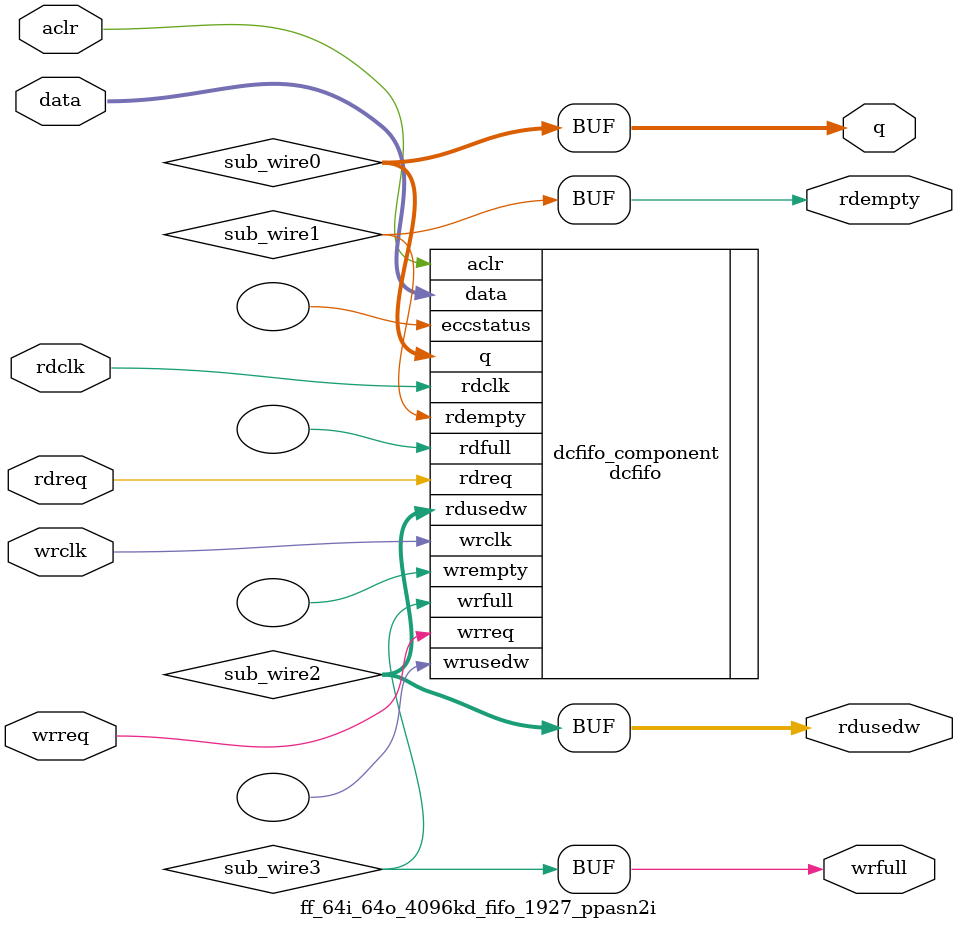
<source format=v>



`timescale 1 ps / 1 ps
// synopsys translate_on
module  ff_64i_64o_4096kd_fifo_1927_ppasn2i  (
    aclr,
    data,
    rdclk,
    rdreq,
    wrclk,
    wrreq,
    q,
    rdempty,
    rdusedw,
    wrfull);

    input    aclr;
    input  [63:0]  data;
    input    rdclk;
    input    rdreq;
    input    wrclk;
    input    wrreq;
    output [63:0]  q;
    output   rdempty;
    output [12:0]  rdusedw;
    output   wrfull;
`ifndef ALTERA_RESERVED_QIS
// synopsys translate_off
`endif
    tri0     aclr;
`ifndef ALTERA_RESERVED_QIS
// synopsys translate_on
`endif

    wire [63:0] sub_wire0;
    wire  sub_wire1;
    wire [12:0] sub_wire2;
    wire  sub_wire3;
    wire [63:0] q = sub_wire0[63:0];
    wire  rdempty = sub_wire1;
    wire [12:0] rdusedw = sub_wire2[12:0];
    wire  wrfull = sub_wire3;

    dcfifo  dcfifo_component (
                .aclr (aclr),
                .data (data),
                .rdclk (rdclk),
                .rdreq (rdreq),
                .wrclk (wrclk),
                .wrreq (wrreq),
                .q (sub_wire0),
                .rdempty (sub_wire1),
                .rdusedw (sub_wire2),
                .wrfull (sub_wire3),
                .eccstatus (),
                .rdfull (),
                .wrempty (),
                .wrusedw ());
    defparam
        dcfifo_component.add_usedw_msb_bit  = "ON",
        dcfifo_component.enable_ecc  = "FALSE",
        dcfifo_component.intended_device_family  = "Agilex 7",
        dcfifo_component.lpm_hint  = "DISABLE_DCFIFO_EMBEDDED_TIMING_CONSTRAINT=TRUE",
        dcfifo_component.lpm_numwords  = 4096,
        dcfifo_component.lpm_showahead  = "OFF",
        dcfifo_component.lpm_type  = "dcfifo",
        dcfifo_component.lpm_width  = 64,
        dcfifo_component.lpm_widthu  = 13,
        dcfifo_component.overflow_checking  = "ON",
        dcfifo_component.rdsync_delaypipe  = 5,
        dcfifo_component.read_aclr_synch  = "OFF",
        dcfifo_component.underflow_checking  = "ON",
        dcfifo_component.use_eab  = "ON",
        dcfifo_component.write_aclr_synch  = "ON",
        dcfifo_component.wrsync_delaypipe  = 5;


endmodule



</source>
